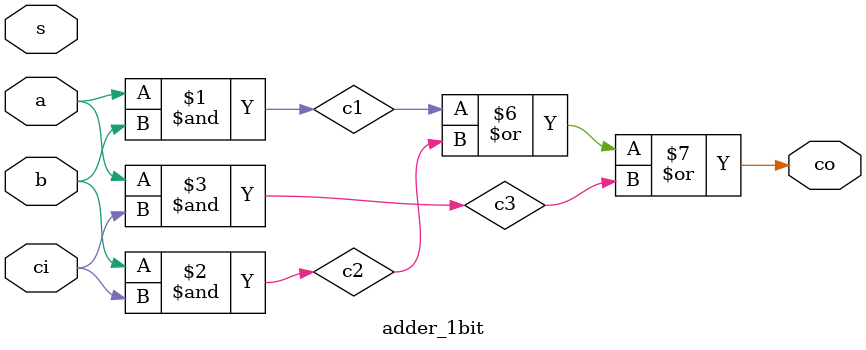
<source format=v>
`timescale 1ns / 1ps


module adder_1bit(
    input a,
    input b,
    input ci,
    input s,
    output co
    );
    wire s1, c1, c2, c3;
    and  (c1, a, b),
         (c2, b, ci),
         (c3, a, ci);
         
    xor  (s1, a, b),
         (s, s1, ci);
         
    or   (co, c1, c2, c3);
    
endmodule

</source>
